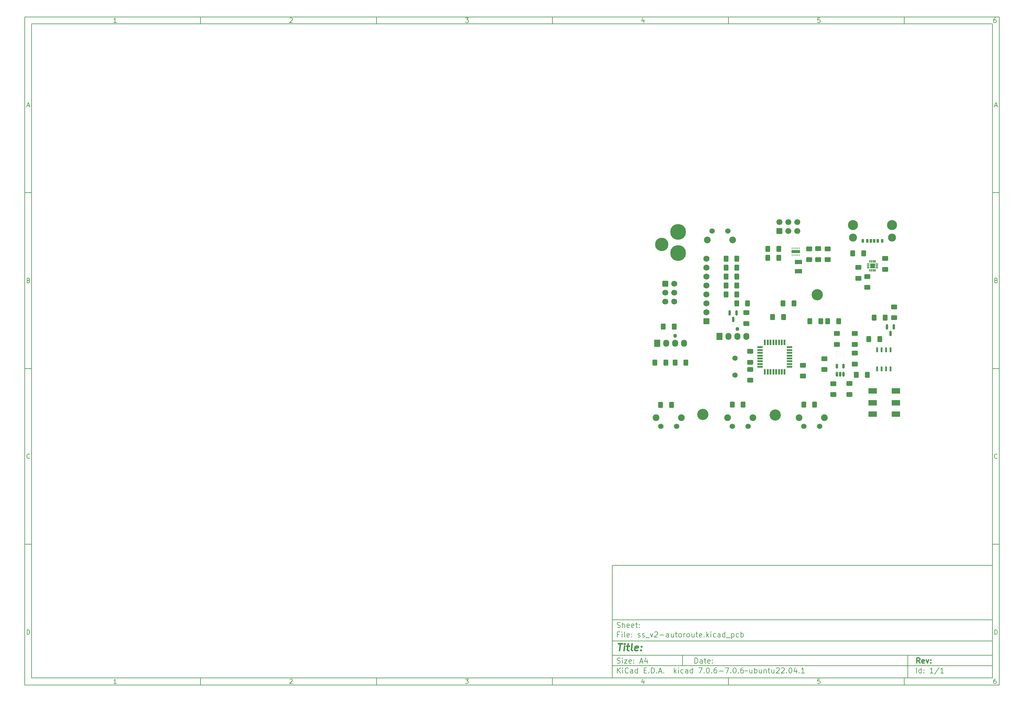
<source format=gbr>
%TF.GenerationSoftware,KiCad,Pcbnew,7.0.6-7.0.6~ubuntu22.04.1*%
%TF.CreationDate,2023-08-01T15:27:09+02:00*%
%TF.ProjectId,ss_v2-autoroute,73735f76-322d-4617-9574-6f726f757465,rev?*%
%TF.SameCoordinates,Original*%
%TF.FileFunction,Soldermask,Top*%
%TF.FilePolarity,Negative*%
%FSLAX46Y46*%
G04 Gerber Fmt 4.6, Leading zero omitted, Abs format (unit mm)*
G04 Created by KiCad (PCBNEW 7.0.6-7.0.6~ubuntu22.04.1) date 2023-08-01 15:27:09*
%MOMM*%
%LPD*%
G01*
G04 APERTURE LIST*
G04 Aperture macros list*
%AMRoundRect*
0 Rectangle with rounded corners*
0 $1 Rounding radius*
0 $2 $3 $4 $5 $6 $7 $8 $9 X,Y pos of 4 corners*
0 Add a 4 corners polygon primitive as box body*
4,1,4,$2,$3,$4,$5,$6,$7,$8,$9,$2,$3,0*
0 Add four circle primitives for the rounded corners*
1,1,$1+$1,$2,$3*
1,1,$1+$1,$4,$5*
1,1,$1+$1,$6,$7*
1,1,$1+$1,$8,$9*
0 Add four rect primitives between the rounded corners*
20,1,$1+$1,$2,$3,$4,$5,0*
20,1,$1+$1,$4,$5,$6,$7,0*
20,1,$1+$1,$6,$7,$8,$9,0*
20,1,$1+$1,$8,$9,$2,$3,0*%
G04 Aperture macros list end*
%ADD10C,0.100000*%
%ADD11C,0.150000*%
%ADD12C,0.300000*%
%ADD13C,0.400000*%
%ADD14C,1.100000*%
%ADD15R,1.730000X2.030000*%
%ADD16O,1.730000X2.030000*%
%ADD17R,0.558800X1.460500*%
%ADD18RoundRect,0.250000X-0.400000X-0.625000X0.400000X-0.625000X0.400000X0.625000X-0.400000X0.625000X0*%
%ADD19RoundRect,0.250000X-0.625000X0.400000X-0.625000X-0.400000X0.625000X-0.400000X0.625000X0.400000X0*%
%ADD20RoundRect,0.250000X0.625000X-0.400000X0.625000X0.400000X-0.625000X0.400000X-0.625000X-0.400000X0*%
%ADD21RoundRect,0.250000X0.400000X0.625000X-0.400000X0.625000X-0.400000X-0.625000X0.400000X-0.625000X0*%
%ADD22RoundRect,0.250000X-0.600000X-0.600000X0.600000X-0.600000X0.600000X0.600000X-0.600000X0.600000X0*%
%ADD23C,1.700000*%
%ADD24RoundRect,0.150000X0.150000X-0.512500X0.150000X0.512500X-0.150000X0.512500X-0.150000X-0.512500X0*%
%ADD25RoundRect,0.007800X-0.332200X-0.122200X0.332200X-0.122200X0.332200X0.122200X-0.332200X0.122200X0*%
%ADD26RoundRect,0.007800X0.122200X-0.332200X0.122200X0.332200X-0.122200X0.332200X-0.122200X-0.332200X0*%
%ADD27R,1.380000X1.380000*%
%ADD28C,1.500000*%
%ADD29R,2.387600X1.498600*%
%ADD30C,1.524000*%
%ADD31C,1.905000*%
%ADD32C,4.500000*%
%ADD33C,3.800000*%
%ADD34RoundRect,0.250000X0.600000X-0.600000X0.600000X0.600000X-0.600000X0.600000X-0.600000X-0.600000X0*%
%ADD35C,3.200000*%
%ADD36RoundRect,0.150000X-0.150000X0.587500X-0.150000X-0.587500X0.150000X-0.587500X0.150000X0.587500X0*%
%ADD37R,1.500000X0.550000*%
%ADD38R,0.550000X1.500000*%
%ADD39R,2.006600X1.193800*%
%ADD40RoundRect,0.250000X0.620000X-0.620000X0.620000X0.620000X-0.620000X0.620000X-0.620000X-0.620000X0*%
%ADD41C,1.740000*%
%ADD42R,0.700000X1.100000*%
%ADD43R,0.760000X1.100000*%
%ADD44R,0.800000X1.100000*%
%ADD45C,2.280000*%
%ADD46C,2.850000*%
%ADD47R,0.249999X0.499999*%
%ADD48R,2.400000X0.840001*%
%ADD49C,0.499999*%
G04 APERTURE END LIST*
D10*
D11*
X177002200Y-166007200D02*
X285002200Y-166007200D01*
X285002200Y-198007200D01*
X177002200Y-198007200D01*
X177002200Y-166007200D01*
D10*
D11*
X10000000Y-10000000D02*
X287002200Y-10000000D01*
X287002200Y-200007200D01*
X10000000Y-200007200D01*
X10000000Y-10000000D01*
D10*
D11*
X12000000Y-12000000D02*
X285002200Y-12000000D01*
X285002200Y-198007200D01*
X12000000Y-198007200D01*
X12000000Y-12000000D01*
D10*
D11*
X60000000Y-12000000D02*
X60000000Y-10000000D01*
D10*
D11*
X110000000Y-12000000D02*
X110000000Y-10000000D01*
D10*
D11*
X160000000Y-12000000D02*
X160000000Y-10000000D01*
D10*
D11*
X210000000Y-12000000D02*
X210000000Y-10000000D01*
D10*
D11*
X260000000Y-12000000D02*
X260000000Y-10000000D01*
D10*
D11*
X36089160Y-11593604D02*
X35346303Y-11593604D01*
X35717731Y-11593604D02*
X35717731Y-10293604D01*
X35717731Y-10293604D02*
X35593922Y-10479319D01*
X35593922Y-10479319D02*
X35470112Y-10603128D01*
X35470112Y-10603128D02*
X35346303Y-10665033D01*
D10*
D11*
X85346303Y-10417414D02*
X85408207Y-10355509D01*
X85408207Y-10355509D02*
X85532017Y-10293604D01*
X85532017Y-10293604D02*
X85841541Y-10293604D01*
X85841541Y-10293604D02*
X85965350Y-10355509D01*
X85965350Y-10355509D02*
X86027255Y-10417414D01*
X86027255Y-10417414D02*
X86089160Y-10541223D01*
X86089160Y-10541223D02*
X86089160Y-10665033D01*
X86089160Y-10665033D02*
X86027255Y-10850747D01*
X86027255Y-10850747D02*
X85284398Y-11593604D01*
X85284398Y-11593604D02*
X86089160Y-11593604D01*
D10*
D11*
X135284398Y-10293604D02*
X136089160Y-10293604D01*
X136089160Y-10293604D02*
X135655826Y-10788842D01*
X135655826Y-10788842D02*
X135841541Y-10788842D01*
X135841541Y-10788842D02*
X135965350Y-10850747D01*
X135965350Y-10850747D02*
X136027255Y-10912652D01*
X136027255Y-10912652D02*
X136089160Y-11036461D01*
X136089160Y-11036461D02*
X136089160Y-11345985D01*
X136089160Y-11345985D02*
X136027255Y-11469795D01*
X136027255Y-11469795D02*
X135965350Y-11531700D01*
X135965350Y-11531700D02*
X135841541Y-11593604D01*
X135841541Y-11593604D02*
X135470112Y-11593604D01*
X135470112Y-11593604D02*
X135346303Y-11531700D01*
X135346303Y-11531700D02*
X135284398Y-11469795D01*
D10*
D11*
X185965350Y-10726938D02*
X185965350Y-11593604D01*
X185655826Y-10231700D02*
X185346303Y-11160271D01*
X185346303Y-11160271D02*
X186151064Y-11160271D01*
D10*
D11*
X236027255Y-10293604D02*
X235408207Y-10293604D01*
X235408207Y-10293604D02*
X235346303Y-10912652D01*
X235346303Y-10912652D02*
X235408207Y-10850747D01*
X235408207Y-10850747D02*
X235532017Y-10788842D01*
X235532017Y-10788842D02*
X235841541Y-10788842D01*
X235841541Y-10788842D02*
X235965350Y-10850747D01*
X235965350Y-10850747D02*
X236027255Y-10912652D01*
X236027255Y-10912652D02*
X236089160Y-11036461D01*
X236089160Y-11036461D02*
X236089160Y-11345985D01*
X236089160Y-11345985D02*
X236027255Y-11469795D01*
X236027255Y-11469795D02*
X235965350Y-11531700D01*
X235965350Y-11531700D02*
X235841541Y-11593604D01*
X235841541Y-11593604D02*
X235532017Y-11593604D01*
X235532017Y-11593604D02*
X235408207Y-11531700D01*
X235408207Y-11531700D02*
X235346303Y-11469795D01*
D10*
D11*
X285965350Y-10293604D02*
X285717731Y-10293604D01*
X285717731Y-10293604D02*
X285593922Y-10355509D01*
X285593922Y-10355509D02*
X285532017Y-10417414D01*
X285532017Y-10417414D02*
X285408207Y-10603128D01*
X285408207Y-10603128D02*
X285346303Y-10850747D01*
X285346303Y-10850747D02*
X285346303Y-11345985D01*
X285346303Y-11345985D02*
X285408207Y-11469795D01*
X285408207Y-11469795D02*
X285470112Y-11531700D01*
X285470112Y-11531700D02*
X285593922Y-11593604D01*
X285593922Y-11593604D02*
X285841541Y-11593604D01*
X285841541Y-11593604D02*
X285965350Y-11531700D01*
X285965350Y-11531700D02*
X286027255Y-11469795D01*
X286027255Y-11469795D02*
X286089160Y-11345985D01*
X286089160Y-11345985D02*
X286089160Y-11036461D01*
X286089160Y-11036461D02*
X286027255Y-10912652D01*
X286027255Y-10912652D02*
X285965350Y-10850747D01*
X285965350Y-10850747D02*
X285841541Y-10788842D01*
X285841541Y-10788842D02*
X285593922Y-10788842D01*
X285593922Y-10788842D02*
X285470112Y-10850747D01*
X285470112Y-10850747D02*
X285408207Y-10912652D01*
X285408207Y-10912652D02*
X285346303Y-11036461D01*
D10*
D11*
X60000000Y-198007200D02*
X60000000Y-200007200D01*
D10*
D11*
X110000000Y-198007200D02*
X110000000Y-200007200D01*
D10*
D11*
X160000000Y-198007200D02*
X160000000Y-200007200D01*
D10*
D11*
X210000000Y-198007200D02*
X210000000Y-200007200D01*
D10*
D11*
X260000000Y-198007200D02*
X260000000Y-200007200D01*
D10*
D11*
X36089160Y-199600804D02*
X35346303Y-199600804D01*
X35717731Y-199600804D02*
X35717731Y-198300804D01*
X35717731Y-198300804D02*
X35593922Y-198486519D01*
X35593922Y-198486519D02*
X35470112Y-198610328D01*
X35470112Y-198610328D02*
X35346303Y-198672233D01*
D10*
D11*
X85346303Y-198424614D02*
X85408207Y-198362709D01*
X85408207Y-198362709D02*
X85532017Y-198300804D01*
X85532017Y-198300804D02*
X85841541Y-198300804D01*
X85841541Y-198300804D02*
X85965350Y-198362709D01*
X85965350Y-198362709D02*
X86027255Y-198424614D01*
X86027255Y-198424614D02*
X86089160Y-198548423D01*
X86089160Y-198548423D02*
X86089160Y-198672233D01*
X86089160Y-198672233D02*
X86027255Y-198857947D01*
X86027255Y-198857947D02*
X85284398Y-199600804D01*
X85284398Y-199600804D02*
X86089160Y-199600804D01*
D10*
D11*
X135284398Y-198300804D02*
X136089160Y-198300804D01*
X136089160Y-198300804D02*
X135655826Y-198796042D01*
X135655826Y-198796042D02*
X135841541Y-198796042D01*
X135841541Y-198796042D02*
X135965350Y-198857947D01*
X135965350Y-198857947D02*
X136027255Y-198919852D01*
X136027255Y-198919852D02*
X136089160Y-199043661D01*
X136089160Y-199043661D02*
X136089160Y-199353185D01*
X136089160Y-199353185D02*
X136027255Y-199476995D01*
X136027255Y-199476995D02*
X135965350Y-199538900D01*
X135965350Y-199538900D02*
X135841541Y-199600804D01*
X135841541Y-199600804D02*
X135470112Y-199600804D01*
X135470112Y-199600804D02*
X135346303Y-199538900D01*
X135346303Y-199538900D02*
X135284398Y-199476995D01*
D10*
D11*
X185965350Y-198734138D02*
X185965350Y-199600804D01*
X185655826Y-198238900D02*
X185346303Y-199167471D01*
X185346303Y-199167471D02*
X186151064Y-199167471D01*
D10*
D11*
X236027255Y-198300804D02*
X235408207Y-198300804D01*
X235408207Y-198300804D02*
X235346303Y-198919852D01*
X235346303Y-198919852D02*
X235408207Y-198857947D01*
X235408207Y-198857947D02*
X235532017Y-198796042D01*
X235532017Y-198796042D02*
X235841541Y-198796042D01*
X235841541Y-198796042D02*
X235965350Y-198857947D01*
X235965350Y-198857947D02*
X236027255Y-198919852D01*
X236027255Y-198919852D02*
X236089160Y-199043661D01*
X236089160Y-199043661D02*
X236089160Y-199353185D01*
X236089160Y-199353185D02*
X236027255Y-199476995D01*
X236027255Y-199476995D02*
X235965350Y-199538900D01*
X235965350Y-199538900D02*
X235841541Y-199600804D01*
X235841541Y-199600804D02*
X235532017Y-199600804D01*
X235532017Y-199600804D02*
X235408207Y-199538900D01*
X235408207Y-199538900D02*
X235346303Y-199476995D01*
D10*
D11*
X285965350Y-198300804D02*
X285717731Y-198300804D01*
X285717731Y-198300804D02*
X285593922Y-198362709D01*
X285593922Y-198362709D02*
X285532017Y-198424614D01*
X285532017Y-198424614D02*
X285408207Y-198610328D01*
X285408207Y-198610328D02*
X285346303Y-198857947D01*
X285346303Y-198857947D02*
X285346303Y-199353185D01*
X285346303Y-199353185D02*
X285408207Y-199476995D01*
X285408207Y-199476995D02*
X285470112Y-199538900D01*
X285470112Y-199538900D02*
X285593922Y-199600804D01*
X285593922Y-199600804D02*
X285841541Y-199600804D01*
X285841541Y-199600804D02*
X285965350Y-199538900D01*
X285965350Y-199538900D02*
X286027255Y-199476995D01*
X286027255Y-199476995D02*
X286089160Y-199353185D01*
X286089160Y-199353185D02*
X286089160Y-199043661D01*
X286089160Y-199043661D02*
X286027255Y-198919852D01*
X286027255Y-198919852D02*
X285965350Y-198857947D01*
X285965350Y-198857947D02*
X285841541Y-198796042D01*
X285841541Y-198796042D02*
X285593922Y-198796042D01*
X285593922Y-198796042D02*
X285470112Y-198857947D01*
X285470112Y-198857947D02*
X285408207Y-198919852D01*
X285408207Y-198919852D02*
X285346303Y-199043661D01*
D10*
D11*
X10000000Y-60000000D02*
X12000000Y-60000000D01*
D10*
D11*
X10000000Y-110000000D02*
X12000000Y-110000000D01*
D10*
D11*
X10000000Y-160000000D02*
X12000000Y-160000000D01*
D10*
D11*
X10690476Y-35222176D02*
X11309523Y-35222176D01*
X10566666Y-35593604D02*
X10999999Y-34293604D01*
X10999999Y-34293604D02*
X11433333Y-35593604D01*
D10*
D11*
X11092857Y-84912652D02*
X11278571Y-84974557D01*
X11278571Y-84974557D02*
X11340476Y-85036461D01*
X11340476Y-85036461D02*
X11402380Y-85160271D01*
X11402380Y-85160271D02*
X11402380Y-85345985D01*
X11402380Y-85345985D02*
X11340476Y-85469795D01*
X11340476Y-85469795D02*
X11278571Y-85531700D01*
X11278571Y-85531700D02*
X11154761Y-85593604D01*
X11154761Y-85593604D02*
X10659523Y-85593604D01*
X10659523Y-85593604D02*
X10659523Y-84293604D01*
X10659523Y-84293604D02*
X11092857Y-84293604D01*
X11092857Y-84293604D02*
X11216666Y-84355509D01*
X11216666Y-84355509D02*
X11278571Y-84417414D01*
X11278571Y-84417414D02*
X11340476Y-84541223D01*
X11340476Y-84541223D02*
X11340476Y-84665033D01*
X11340476Y-84665033D02*
X11278571Y-84788842D01*
X11278571Y-84788842D02*
X11216666Y-84850747D01*
X11216666Y-84850747D02*
X11092857Y-84912652D01*
X11092857Y-84912652D02*
X10659523Y-84912652D01*
D10*
D11*
X11402380Y-135469795D02*
X11340476Y-135531700D01*
X11340476Y-135531700D02*
X11154761Y-135593604D01*
X11154761Y-135593604D02*
X11030952Y-135593604D01*
X11030952Y-135593604D02*
X10845238Y-135531700D01*
X10845238Y-135531700D02*
X10721428Y-135407890D01*
X10721428Y-135407890D02*
X10659523Y-135284080D01*
X10659523Y-135284080D02*
X10597619Y-135036461D01*
X10597619Y-135036461D02*
X10597619Y-134850747D01*
X10597619Y-134850747D02*
X10659523Y-134603128D01*
X10659523Y-134603128D02*
X10721428Y-134479319D01*
X10721428Y-134479319D02*
X10845238Y-134355509D01*
X10845238Y-134355509D02*
X11030952Y-134293604D01*
X11030952Y-134293604D02*
X11154761Y-134293604D01*
X11154761Y-134293604D02*
X11340476Y-134355509D01*
X11340476Y-134355509D02*
X11402380Y-134417414D01*
D10*
D11*
X10659523Y-185593604D02*
X10659523Y-184293604D01*
X10659523Y-184293604D02*
X10969047Y-184293604D01*
X10969047Y-184293604D02*
X11154761Y-184355509D01*
X11154761Y-184355509D02*
X11278571Y-184479319D01*
X11278571Y-184479319D02*
X11340476Y-184603128D01*
X11340476Y-184603128D02*
X11402380Y-184850747D01*
X11402380Y-184850747D02*
X11402380Y-185036461D01*
X11402380Y-185036461D02*
X11340476Y-185284080D01*
X11340476Y-185284080D02*
X11278571Y-185407890D01*
X11278571Y-185407890D02*
X11154761Y-185531700D01*
X11154761Y-185531700D02*
X10969047Y-185593604D01*
X10969047Y-185593604D02*
X10659523Y-185593604D01*
D10*
D11*
X287002200Y-60000000D02*
X285002200Y-60000000D01*
D10*
D11*
X287002200Y-110000000D02*
X285002200Y-110000000D01*
D10*
D11*
X287002200Y-160000000D02*
X285002200Y-160000000D01*
D10*
D11*
X285692676Y-35222176D02*
X286311723Y-35222176D01*
X285568866Y-35593604D02*
X286002199Y-34293604D01*
X286002199Y-34293604D02*
X286435533Y-35593604D01*
D10*
D11*
X286095057Y-84912652D02*
X286280771Y-84974557D01*
X286280771Y-84974557D02*
X286342676Y-85036461D01*
X286342676Y-85036461D02*
X286404580Y-85160271D01*
X286404580Y-85160271D02*
X286404580Y-85345985D01*
X286404580Y-85345985D02*
X286342676Y-85469795D01*
X286342676Y-85469795D02*
X286280771Y-85531700D01*
X286280771Y-85531700D02*
X286156961Y-85593604D01*
X286156961Y-85593604D02*
X285661723Y-85593604D01*
X285661723Y-85593604D02*
X285661723Y-84293604D01*
X285661723Y-84293604D02*
X286095057Y-84293604D01*
X286095057Y-84293604D02*
X286218866Y-84355509D01*
X286218866Y-84355509D02*
X286280771Y-84417414D01*
X286280771Y-84417414D02*
X286342676Y-84541223D01*
X286342676Y-84541223D02*
X286342676Y-84665033D01*
X286342676Y-84665033D02*
X286280771Y-84788842D01*
X286280771Y-84788842D02*
X286218866Y-84850747D01*
X286218866Y-84850747D02*
X286095057Y-84912652D01*
X286095057Y-84912652D02*
X285661723Y-84912652D01*
D10*
D11*
X286404580Y-135469795D02*
X286342676Y-135531700D01*
X286342676Y-135531700D02*
X286156961Y-135593604D01*
X286156961Y-135593604D02*
X286033152Y-135593604D01*
X286033152Y-135593604D02*
X285847438Y-135531700D01*
X285847438Y-135531700D02*
X285723628Y-135407890D01*
X285723628Y-135407890D02*
X285661723Y-135284080D01*
X285661723Y-135284080D02*
X285599819Y-135036461D01*
X285599819Y-135036461D02*
X285599819Y-134850747D01*
X285599819Y-134850747D02*
X285661723Y-134603128D01*
X285661723Y-134603128D02*
X285723628Y-134479319D01*
X285723628Y-134479319D02*
X285847438Y-134355509D01*
X285847438Y-134355509D02*
X286033152Y-134293604D01*
X286033152Y-134293604D02*
X286156961Y-134293604D01*
X286156961Y-134293604D02*
X286342676Y-134355509D01*
X286342676Y-134355509D02*
X286404580Y-134417414D01*
D10*
D11*
X285661723Y-185593604D02*
X285661723Y-184293604D01*
X285661723Y-184293604D02*
X285971247Y-184293604D01*
X285971247Y-184293604D02*
X286156961Y-184355509D01*
X286156961Y-184355509D02*
X286280771Y-184479319D01*
X286280771Y-184479319D02*
X286342676Y-184603128D01*
X286342676Y-184603128D02*
X286404580Y-184850747D01*
X286404580Y-184850747D02*
X286404580Y-185036461D01*
X286404580Y-185036461D02*
X286342676Y-185284080D01*
X286342676Y-185284080D02*
X286280771Y-185407890D01*
X286280771Y-185407890D02*
X286156961Y-185531700D01*
X286156961Y-185531700D02*
X285971247Y-185593604D01*
X285971247Y-185593604D02*
X285661723Y-185593604D01*
D10*
D11*
X200458026Y-193793328D02*
X200458026Y-192293328D01*
X200458026Y-192293328D02*
X200815169Y-192293328D01*
X200815169Y-192293328D02*
X201029455Y-192364757D01*
X201029455Y-192364757D02*
X201172312Y-192507614D01*
X201172312Y-192507614D02*
X201243741Y-192650471D01*
X201243741Y-192650471D02*
X201315169Y-192936185D01*
X201315169Y-192936185D02*
X201315169Y-193150471D01*
X201315169Y-193150471D02*
X201243741Y-193436185D01*
X201243741Y-193436185D02*
X201172312Y-193579042D01*
X201172312Y-193579042D02*
X201029455Y-193721900D01*
X201029455Y-193721900D02*
X200815169Y-193793328D01*
X200815169Y-193793328D02*
X200458026Y-193793328D01*
X202600884Y-193793328D02*
X202600884Y-193007614D01*
X202600884Y-193007614D02*
X202529455Y-192864757D01*
X202529455Y-192864757D02*
X202386598Y-192793328D01*
X202386598Y-192793328D02*
X202100884Y-192793328D01*
X202100884Y-192793328D02*
X201958026Y-192864757D01*
X202600884Y-193721900D02*
X202458026Y-193793328D01*
X202458026Y-193793328D02*
X202100884Y-193793328D01*
X202100884Y-193793328D02*
X201958026Y-193721900D01*
X201958026Y-193721900D02*
X201886598Y-193579042D01*
X201886598Y-193579042D02*
X201886598Y-193436185D01*
X201886598Y-193436185D02*
X201958026Y-193293328D01*
X201958026Y-193293328D02*
X202100884Y-193221900D01*
X202100884Y-193221900D02*
X202458026Y-193221900D01*
X202458026Y-193221900D02*
X202600884Y-193150471D01*
X203100884Y-192793328D02*
X203672312Y-192793328D01*
X203315169Y-192293328D02*
X203315169Y-193579042D01*
X203315169Y-193579042D02*
X203386598Y-193721900D01*
X203386598Y-193721900D02*
X203529455Y-193793328D01*
X203529455Y-193793328D02*
X203672312Y-193793328D01*
X204743741Y-193721900D02*
X204600884Y-193793328D01*
X204600884Y-193793328D02*
X204315170Y-193793328D01*
X204315170Y-193793328D02*
X204172312Y-193721900D01*
X204172312Y-193721900D02*
X204100884Y-193579042D01*
X204100884Y-193579042D02*
X204100884Y-193007614D01*
X204100884Y-193007614D02*
X204172312Y-192864757D01*
X204172312Y-192864757D02*
X204315170Y-192793328D01*
X204315170Y-192793328D02*
X204600884Y-192793328D01*
X204600884Y-192793328D02*
X204743741Y-192864757D01*
X204743741Y-192864757D02*
X204815170Y-193007614D01*
X204815170Y-193007614D02*
X204815170Y-193150471D01*
X204815170Y-193150471D02*
X204100884Y-193293328D01*
X205458026Y-193650471D02*
X205529455Y-193721900D01*
X205529455Y-193721900D02*
X205458026Y-193793328D01*
X205458026Y-193793328D02*
X205386598Y-193721900D01*
X205386598Y-193721900D02*
X205458026Y-193650471D01*
X205458026Y-193650471D02*
X205458026Y-193793328D01*
X205458026Y-192864757D02*
X205529455Y-192936185D01*
X205529455Y-192936185D02*
X205458026Y-193007614D01*
X205458026Y-193007614D02*
X205386598Y-192936185D01*
X205386598Y-192936185D02*
X205458026Y-192864757D01*
X205458026Y-192864757D02*
X205458026Y-193007614D01*
D10*
D11*
X177002200Y-194507200D02*
X285002200Y-194507200D01*
D10*
D11*
X178458026Y-196593328D02*
X178458026Y-195093328D01*
X179315169Y-196593328D02*
X178672312Y-195736185D01*
X179315169Y-195093328D02*
X178458026Y-195950471D01*
X179958026Y-196593328D02*
X179958026Y-195593328D01*
X179958026Y-195093328D02*
X179886598Y-195164757D01*
X179886598Y-195164757D02*
X179958026Y-195236185D01*
X179958026Y-195236185D02*
X180029455Y-195164757D01*
X180029455Y-195164757D02*
X179958026Y-195093328D01*
X179958026Y-195093328D02*
X179958026Y-195236185D01*
X181529455Y-196450471D02*
X181458027Y-196521900D01*
X181458027Y-196521900D02*
X181243741Y-196593328D01*
X181243741Y-196593328D02*
X181100884Y-196593328D01*
X181100884Y-196593328D02*
X180886598Y-196521900D01*
X180886598Y-196521900D02*
X180743741Y-196379042D01*
X180743741Y-196379042D02*
X180672312Y-196236185D01*
X180672312Y-196236185D02*
X180600884Y-195950471D01*
X180600884Y-195950471D02*
X180600884Y-195736185D01*
X180600884Y-195736185D02*
X180672312Y-195450471D01*
X180672312Y-195450471D02*
X180743741Y-195307614D01*
X180743741Y-195307614D02*
X180886598Y-195164757D01*
X180886598Y-195164757D02*
X181100884Y-195093328D01*
X181100884Y-195093328D02*
X181243741Y-195093328D01*
X181243741Y-195093328D02*
X181458027Y-195164757D01*
X181458027Y-195164757D02*
X181529455Y-195236185D01*
X182815170Y-196593328D02*
X182815170Y-195807614D01*
X182815170Y-195807614D02*
X182743741Y-195664757D01*
X182743741Y-195664757D02*
X182600884Y-195593328D01*
X182600884Y-195593328D02*
X182315170Y-195593328D01*
X182315170Y-195593328D02*
X182172312Y-195664757D01*
X182815170Y-196521900D02*
X182672312Y-196593328D01*
X182672312Y-196593328D02*
X182315170Y-196593328D01*
X182315170Y-196593328D02*
X182172312Y-196521900D01*
X182172312Y-196521900D02*
X182100884Y-196379042D01*
X182100884Y-196379042D02*
X182100884Y-196236185D01*
X182100884Y-196236185D02*
X182172312Y-196093328D01*
X182172312Y-196093328D02*
X182315170Y-196021900D01*
X182315170Y-196021900D02*
X182672312Y-196021900D01*
X182672312Y-196021900D02*
X182815170Y-195950471D01*
X184172313Y-196593328D02*
X184172313Y-195093328D01*
X184172313Y-196521900D02*
X184029455Y-196593328D01*
X184029455Y-196593328D02*
X183743741Y-196593328D01*
X183743741Y-196593328D02*
X183600884Y-196521900D01*
X183600884Y-196521900D02*
X183529455Y-196450471D01*
X183529455Y-196450471D02*
X183458027Y-196307614D01*
X183458027Y-196307614D02*
X183458027Y-195879042D01*
X183458027Y-195879042D02*
X183529455Y-195736185D01*
X183529455Y-195736185D02*
X183600884Y-195664757D01*
X183600884Y-195664757D02*
X183743741Y-195593328D01*
X183743741Y-195593328D02*
X184029455Y-195593328D01*
X184029455Y-195593328D02*
X184172313Y-195664757D01*
X186029455Y-195807614D02*
X186529455Y-195807614D01*
X186743741Y-196593328D02*
X186029455Y-196593328D01*
X186029455Y-196593328D02*
X186029455Y-195093328D01*
X186029455Y-195093328D02*
X186743741Y-195093328D01*
X187386598Y-196450471D02*
X187458027Y-196521900D01*
X187458027Y-196521900D02*
X187386598Y-196593328D01*
X187386598Y-196593328D02*
X187315170Y-196521900D01*
X187315170Y-196521900D02*
X187386598Y-196450471D01*
X187386598Y-196450471D02*
X187386598Y-196593328D01*
X188100884Y-196593328D02*
X188100884Y-195093328D01*
X188100884Y-195093328D02*
X188458027Y-195093328D01*
X188458027Y-195093328D02*
X188672313Y-195164757D01*
X188672313Y-195164757D02*
X188815170Y-195307614D01*
X188815170Y-195307614D02*
X188886599Y-195450471D01*
X188886599Y-195450471D02*
X188958027Y-195736185D01*
X188958027Y-195736185D02*
X188958027Y-195950471D01*
X188958027Y-195950471D02*
X188886599Y-196236185D01*
X188886599Y-196236185D02*
X188815170Y-196379042D01*
X188815170Y-196379042D02*
X188672313Y-196521900D01*
X188672313Y-196521900D02*
X188458027Y-196593328D01*
X188458027Y-196593328D02*
X188100884Y-196593328D01*
X189600884Y-196450471D02*
X189672313Y-196521900D01*
X189672313Y-196521900D02*
X189600884Y-196593328D01*
X189600884Y-196593328D02*
X189529456Y-196521900D01*
X189529456Y-196521900D02*
X189600884Y-196450471D01*
X189600884Y-196450471D02*
X189600884Y-196593328D01*
X190243742Y-196164757D02*
X190958028Y-196164757D01*
X190100885Y-196593328D02*
X190600885Y-195093328D01*
X190600885Y-195093328D02*
X191100885Y-196593328D01*
X191600884Y-196450471D02*
X191672313Y-196521900D01*
X191672313Y-196521900D02*
X191600884Y-196593328D01*
X191600884Y-196593328D02*
X191529456Y-196521900D01*
X191529456Y-196521900D02*
X191600884Y-196450471D01*
X191600884Y-196450471D02*
X191600884Y-196593328D01*
X194600884Y-196593328D02*
X194600884Y-195093328D01*
X194743742Y-196021900D02*
X195172313Y-196593328D01*
X195172313Y-195593328D02*
X194600884Y-196164757D01*
X195815170Y-196593328D02*
X195815170Y-195593328D01*
X195815170Y-195093328D02*
X195743742Y-195164757D01*
X195743742Y-195164757D02*
X195815170Y-195236185D01*
X195815170Y-195236185D02*
X195886599Y-195164757D01*
X195886599Y-195164757D02*
X195815170Y-195093328D01*
X195815170Y-195093328D02*
X195815170Y-195236185D01*
X197172314Y-196521900D02*
X197029456Y-196593328D01*
X197029456Y-196593328D02*
X196743742Y-196593328D01*
X196743742Y-196593328D02*
X196600885Y-196521900D01*
X196600885Y-196521900D02*
X196529456Y-196450471D01*
X196529456Y-196450471D02*
X196458028Y-196307614D01*
X196458028Y-196307614D02*
X196458028Y-195879042D01*
X196458028Y-195879042D02*
X196529456Y-195736185D01*
X196529456Y-195736185D02*
X196600885Y-195664757D01*
X196600885Y-195664757D02*
X196743742Y-195593328D01*
X196743742Y-195593328D02*
X197029456Y-195593328D01*
X197029456Y-195593328D02*
X197172314Y-195664757D01*
X198458028Y-196593328D02*
X198458028Y-195807614D01*
X198458028Y-195807614D02*
X198386599Y-195664757D01*
X198386599Y-195664757D02*
X198243742Y-195593328D01*
X198243742Y-195593328D02*
X197958028Y-195593328D01*
X197958028Y-195593328D02*
X197815170Y-195664757D01*
X198458028Y-196521900D02*
X198315170Y-196593328D01*
X198315170Y-196593328D02*
X197958028Y-196593328D01*
X197958028Y-196593328D02*
X197815170Y-196521900D01*
X197815170Y-196521900D02*
X197743742Y-196379042D01*
X197743742Y-196379042D02*
X197743742Y-196236185D01*
X197743742Y-196236185D02*
X197815170Y-196093328D01*
X197815170Y-196093328D02*
X197958028Y-196021900D01*
X197958028Y-196021900D02*
X198315170Y-196021900D01*
X198315170Y-196021900D02*
X198458028Y-195950471D01*
X199815171Y-196593328D02*
X199815171Y-195093328D01*
X199815171Y-196521900D02*
X199672313Y-196593328D01*
X199672313Y-196593328D02*
X199386599Y-196593328D01*
X199386599Y-196593328D02*
X199243742Y-196521900D01*
X199243742Y-196521900D02*
X199172313Y-196450471D01*
X199172313Y-196450471D02*
X199100885Y-196307614D01*
X199100885Y-196307614D02*
X199100885Y-195879042D01*
X199100885Y-195879042D02*
X199172313Y-195736185D01*
X199172313Y-195736185D02*
X199243742Y-195664757D01*
X199243742Y-195664757D02*
X199386599Y-195593328D01*
X199386599Y-195593328D02*
X199672313Y-195593328D01*
X199672313Y-195593328D02*
X199815171Y-195664757D01*
X201529456Y-195093328D02*
X202529456Y-195093328D01*
X202529456Y-195093328D02*
X201886599Y-196593328D01*
X203100884Y-196450471D02*
X203172313Y-196521900D01*
X203172313Y-196521900D02*
X203100884Y-196593328D01*
X203100884Y-196593328D02*
X203029456Y-196521900D01*
X203029456Y-196521900D02*
X203100884Y-196450471D01*
X203100884Y-196450471D02*
X203100884Y-196593328D01*
X204100885Y-195093328D02*
X204243742Y-195093328D01*
X204243742Y-195093328D02*
X204386599Y-195164757D01*
X204386599Y-195164757D02*
X204458028Y-195236185D01*
X204458028Y-195236185D02*
X204529456Y-195379042D01*
X204529456Y-195379042D02*
X204600885Y-195664757D01*
X204600885Y-195664757D02*
X204600885Y-196021900D01*
X204600885Y-196021900D02*
X204529456Y-196307614D01*
X204529456Y-196307614D02*
X204458028Y-196450471D01*
X204458028Y-196450471D02*
X204386599Y-196521900D01*
X204386599Y-196521900D02*
X204243742Y-196593328D01*
X204243742Y-196593328D02*
X204100885Y-196593328D01*
X204100885Y-196593328D02*
X203958028Y-196521900D01*
X203958028Y-196521900D02*
X203886599Y-196450471D01*
X203886599Y-196450471D02*
X203815170Y-196307614D01*
X203815170Y-196307614D02*
X203743742Y-196021900D01*
X203743742Y-196021900D02*
X203743742Y-195664757D01*
X203743742Y-195664757D02*
X203815170Y-195379042D01*
X203815170Y-195379042D02*
X203886599Y-195236185D01*
X203886599Y-195236185D02*
X203958028Y-195164757D01*
X203958028Y-195164757D02*
X204100885Y-195093328D01*
X205243741Y-196450471D02*
X205315170Y-196521900D01*
X205315170Y-196521900D02*
X205243741Y-196593328D01*
X205243741Y-196593328D02*
X205172313Y-196521900D01*
X205172313Y-196521900D02*
X205243741Y-196450471D01*
X205243741Y-196450471D02*
X205243741Y-196593328D01*
X206600885Y-195093328D02*
X206315170Y-195093328D01*
X206315170Y-195093328D02*
X206172313Y-195164757D01*
X206172313Y-195164757D02*
X206100885Y-195236185D01*
X206100885Y-195236185D02*
X205958027Y-195450471D01*
X205958027Y-195450471D02*
X205886599Y-195736185D01*
X205886599Y-195736185D02*
X205886599Y-196307614D01*
X205886599Y-196307614D02*
X205958027Y-196450471D01*
X205958027Y-196450471D02*
X206029456Y-196521900D01*
X206029456Y-196521900D02*
X206172313Y-196593328D01*
X206172313Y-196593328D02*
X206458027Y-196593328D01*
X206458027Y-196593328D02*
X206600885Y-196521900D01*
X206600885Y-196521900D02*
X206672313Y-196450471D01*
X206672313Y-196450471D02*
X206743742Y-196307614D01*
X206743742Y-196307614D02*
X206743742Y-195950471D01*
X206743742Y-195950471D02*
X206672313Y-195807614D01*
X206672313Y-195807614D02*
X206600885Y-195736185D01*
X206600885Y-195736185D02*
X206458027Y-195664757D01*
X206458027Y-195664757D02*
X206172313Y-195664757D01*
X206172313Y-195664757D02*
X206029456Y-195736185D01*
X206029456Y-195736185D02*
X205958027Y-195807614D01*
X205958027Y-195807614D02*
X205886599Y-195950471D01*
X207386598Y-196021900D02*
X208529456Y-196021900D01*
X209100884Y-195093328D02*
X210100884Y-195093328D01*
X210100884Y-195093328D02*
X209458027Y-196593328D01*
X210672312Y-196450471D02*
X210743741Y-196521900D01*
X210743741Y-196521900D02*
X210672312Y-196593328D01*
X210672312Y-196593328D02*
X210600884Y-196521900D01*
X210600884Y-196521900D02*
X210672312Y-196450471D01*
X210672312Y-196450471D02*
X210672312Y-196593328D01*
X211672313Y-195093328D02*
X211815170Y-195093328D01*
X211815170Y-195093328D02*
X211958027Y-195164757D01*
X211958027Y-195164757D02*
X212029456Y-195236185D01*
X212029456Y-195236185D02*
X212100884Y-195379042D01*
X212100884Y-195379042D02*
X212172313Y-195664757D01*
X212172313Y-195664757D02*
X212172313Y-196021900D01*
X212172313Y-196021900D02*
X212100884Y-196307614D01*
X212100884Y-196307614D02*
X212029456Y-196450471D01*
X212029456Y-196450471D02*
X211958027Y-196521900D01*
X211958027Y-196521900D02*
X211815170Y-196593328D01*
X211815170Y-196593328D02*
X211672313Y-196593328D01*
X211672313Y-196593328D02*
X211529456Y-196521900D01*
X211529456Y-196521900D02*
X211458027Y-196450471D01*
X211458027Y-196450471D02*
X211386598Y-196307614D01*
X211386598Y-196307614D02*
X211315170Y-196021900D01*
X211315170Y-196021900D02*
X211315170Y-195664757D01*
X211315170Y-195664757D02*
X211386598Y-195379042D01*
X211386598Y-195379042D02*
X211458027Y-195236185D01*
X211458027Y-195236185D02*
X211529456Y-195164757D01*
X211529456Y-195164757D02*
X211672313Y-195093328D01*
X212815169Y-196450471D02*
X212886598Y-196521900D01*
X212886598Y-196521900D02*
X212815169Y-196593328D01*
X212815169Y-196593328D02*
X212743741Y-196521900D01*
X212743741Y-196521900D02*
X212815169Y-196450471D01*
X212815169Y-196450471D02*
X212815169Y-196593328D01*
X214172313Y-195093328D02*
X213886598Y-195093328D01*
X213886598Y-195093328D02*
X213743741Y-195164757D01*
X213743741Y-195164757D02*
X213672313Y-195236185D01*
X213672313Y-195236185D02*
X213529455Y-195450471D01*
X213529455Y-195450471D02*
X213458027Y-195736185D01*
X213458027Y-195736185D02*
X213458027Y-196307614D01*
X213458027Y-196307614D02*
X213529455Y-196450471D01*
X213529455Y-196450471D02*
X213600884Y-196521900D01*
X213600884Y-196521900D02*
X213743741Y-196593328D01*
X213743741Y-196593328D02*
X214029455Y-196593328D01*
X214029455Y-196593328D02*
X214172313Y-196521900D01*
X214172313Y-196521900D02*
X214243741Y-196450471D01*
X214243741Y-196450471D02*
X214315170Y-196307614D01*
X214315170Y-196307614D02*
X214315170Y-195950471D01*
X214315170Y-195950471D02*
X214243741Y-195807614D01*
X214243741Y-195807614D02*
X214172313Y-195736185D01*
X214172313Y-195736185D02*
X214029455Y-195664757D01*
X214029455Y-195664757D02*
X213743741Y-195664757D01*
X213743741Y-195664757D02*
X213600884Y-195736185D01*
X213600884Y-195736185D02*
X213529455Y-195807614D01*
X213529455Y-195807614D02*
X213458027Y-195950471D01*
X214743741Y-196021900D02*
X214815169Y-195950471D01*
X214815169Y-195950471D02*
X214958026Y-195879042D01*
X214958026Y-195879042D02*
X215243741Y-196021900D01*
X215243741Y-196021900D02*
X215386598Y-195950471D01*
X215386598Y-195950471D02*
X215458026Y-195879042D01*
X216672313Y-195593328D02*
X216672313Y-196593328D01*
X216029455Y-195593328D02*
X216029455Y-196379042D01*
X216029455Y-196379042D02*
X216100884Y-196521900D01*
X216100884Y-196521900D02*
X216243741Y-196593328D01*
X216243741Y-196593328D02*
X216458027Y-196593328D01*
X216458027Y-196593328D02*
X216600884Y-196521900D01*
X216600884Y-196521900D02*
X216672313Y-196450471D01*
X217386598Y-196593328D02*
X217386598Y-195093328D01*
X217386598Y-195664757D02*
X217529456Y-195593328D01*
X217529456Y-195593328D02*
X217815170Y-195593328D01*
X217815170Y-195593328D02*
X217958027Y-195664757D01*
X217958027Y-195664757D02*
X218029456Y-195736185D01*
X218029456Y-195736185D02*
X218100884Y-195879042D01*
X218100884Y-195879042D02*
X218100884Y-196307614D01*
X218100884Y-196307614D02*
X218029456Y-196450471D01*
X218029456Y-196450471D02*
X217958027Y-196521900D01*
X217958027Y-196521900D02*
X217815170Y-196593328D01*
X217815170Y-196593328D02*
X217529456Y-196593328D01*
X217529456Y-196593328D02*
X217386598Y-196521900D01*
X219386599Y-195593328D02*
X219386599Y-196593328D01*
X218743741Y-195593328D02*
X218743741Y-196379042D01*
X218743741Y-196379042D02*
X218815170Y-196521900D01*
X218815170Y-196521900D02*
X218958027Y-196593328D01*
X218958027Y-196593328D02*
X219172313Y-196593328D01*
X219172313Y-196593328D02*
X219315170Y-196521900D01*
X219315170Y-196521900D02*
X219386599Y-196450471D01*
X220100884Y-195593328D02*
X220100884Y-196593328D01*
X220100884Y-195736185D02*
X220172313Y-195664757D01*
X220172313Y-195664757D02*
X220315170Y-195593328D01*
X220315170Y-195593328D02*
X220529456Y-195593328D01*
X220529456Y-195593328D02*
X220672313Y-195664757D01*
X220672313Y-195664757D02*
X220743742Y-195807614D01*
X220743742Y-195807614D02*
X220743742Y-196593328D01*
X221243742Y-195593328D02*
X221815170Y-195593328D01*
X221458027Y-195093328D02*
X221458027Y-196379042D01*
X221458027Y-196379042D02*
X221529456Y-196521900D01*
X221529456Y-196521900D02*
X221672313Y-196593328D01*
X221672313Y-196593328D02*
X221815170Y-196593328D01*
X222958028Y-195593328D02*
X222958028Y-196593328D01*
X222315170Y-195593328D02*
X222315170Y-196379042D01*
X222315170Y-196379042D02*
X222386599Y-196521900D01*
X222386599Y-196521900D02*
X222529456Y-196593328D01*
X222529456Y-196593328D02*
X222743742Y-196593328D01*
X222743742Y-196593328D02*
X222886599Y-196521900D01*
X222886599Y-196521900D02*
X222958028Y-196450471D01*
X223600885Y-195236185D02*
X223672313Y-195164757D01*
X223672313Y-195164757D02*
X223815171Y-195093328D01*
X223815171Y-195093328D02*
X224172313Y-195093328D01*
X224172313Y-195093328D02*
X224315171Y-195164757D01*
X224315171Y-195164757D02*
X224386599Y-195236185D01*
X224386599Y-195236185D02*
X224458028Y-195379042D01*
X224458028Y-195379042D02*
X224458028Y-195521900D01*
X224458028Y-195521900D02*
X224386599Y-195736185D01*
X224386599Y-195736185D02*
X223529456Y-196593328D01*
X223529456Y-196593328D02*
X224458028Y-196593328D01*
X225029456Y-195236185D02*
X225100884Y-195164757D01*
X225100884Y-195164757D02*
X225243742Y-195093328D01*
X225243742Y-195093328D02*
X225600884Y-195093328D01*
X225600884Y-195093328D02*
X225743742Y-195164757D01*
X225743742Y-195164757D02*
X225815170Y-195236185D01*
X225815170Y-195236185D02*
X225886599Y-195379042D01*
X225886599Y-195379042D02*
X225886599Y-195521900D01*
X225886599Y-195521900D02*
X225815170Y-195736185D01*
X225815170Y-195736185D02*
X224958027Y-196593328D01*
X224958027Y-196593328D02*
X225886599Y-196593328D01*
X226529455Y-196450471D02*
X226600884Y-196521900D01*
X226600884Y-196521900D02*
X226529455Y-196593328D01*
X226529455Y-196593328D02*
X226458027Y-196521900D01*
X226458027Y-196521900D02*
X226529455Y-196450471D01*
X226529455Y-196450471D02*
X226529455Y-196593328D01*
X227529456Y-195093328D02*
X227672313Y-195093328D01*
X227672313Y-195093328D02*
X227815170Y-195164757D01*
X227815170Y-195164757D02*
X227886599Y-195236185D01*
X227886599Y-195236185D02*
X227958027Y-195379042D01*
X227958027Y-195379042D02*
X228029456Y-195664757D01*
X228029456Y-195664757D02*
X228029456Y-196021900D01*
X228029456Y-196021900D02*
X227958027Y-196307614D01*
X227958027Y-196307614D02*
X227886599Y-196450471D01*
X227886599Y-196450471D02*
X227815170Y-196521900D01*
X227815170Y-196521900D02*
X227672313Y-196593328D01*
X227672313Y-196593328D02*
X227529456Y-196593328D01*
X227529456Y-196593328D02*
X227386599Y-196521900D01*
X227386599Y-196521900D02*
X227315170Y-196450471D01*
X227315170Y-196450471D02*
X227243741Y-196307614D01*
X227243741Y-196307614D02*
X227172313Y-196021900D01*
X227172313Y-196021900D02*
X227172313Y-195664757D01*
X227172313Y-195664757D02*
X227243741Y-195379042D01*
X227243741Y-195379042D02*
X227315170Y-195236185D01*
X227315170Y-195236185D02*
X227386599Y-195164757D01*
X227386599Y-195164757D02*
X227529456Y-195093328D01*
X229315170Y-195593328D02*
X229315170Y-196593328D01*
X228958027Y-195021900D02*
X228600884Y-196093328D01*
X228600884Y-196093328D02*
X229529455Y-196093328D01*
X230100883Y-196450471D02*
X230172312Y-196521900D01*
X230172312Y-196521900D02*
X230100883Y-196593328D01*
X230100883Y-196593328D02*
X230029455Y-196521900D01*
X230029455Y-196521900D02*
X230100883Y-196450471D01*
X230100883Y-196450471D02*
X230100883Y-196593328D01*
X231600884Y-196593328D02*
X230743741Y-196593328D01*
X231172312Y-196593328D02*
X231172312Y-195093328D01*
X231172312Y-195093328D02*
X231029455Y-195307614D01*
X231029455Y-195307614D02*
X230886598Y-195450471D01*
X230886598Y-195450471D02*
X230743741Y-195521900D01*
D10*
D11*
X177002200Y-191507200D02*
X285002200Y-191507200D01*
D10*
D12*
X264413853Y-193785528D02*
X263913853Y-193071242D01*
X263556710Y-193785528D02*
X263556710Y-192285528D01*
X263556710Y-192285528D02*
X264128139Y-192285528D01*
X264128139Y-192285528D02*
X264270996Y-192356957D01*
X264270996Y-192356957D02*
X264342425Y-192428385D01*
X264342425Y-192428385D02*
X264413853Y-192571242D01*
X264413853Y-192571242D02*
X264413853Y-192785528D01*
X264413853Y-192785528D02*
X264342425Y-192928385D01*
X264342425Y-192928385D02*
X264270996Y-192999814D01*
X264270996Y-192999814D02*
X264128139Y-193071242D01*
X264128139Y-193071242D02*
X263556710Y-193071242D01*
X265628139Y-193714100D02*
X265485282Y-193785528D01*
X265485282Y-193785528D02*
X265199568Y-193785528D01*
X265199568Y-193785528D02*
X265056710Y-193714100D01*
X265056710Y-193714100D02*
X264985282Y-193571242D01*
X264985282Y-193571242D02*
X264985282Y-192999814D01*
X264985282Y-192999814D02*
X265056710Y-192856957D01*
X265056710Y-192856957D02*
X265199568Y-192785528D01*
X265199568Y-192785528D02*
X265485282Y-192785528D01*
X265485282Y-192785528D02*
X265628139Y-192856957D01*
X265628139Y-192856957D02*
X265699568Y-192999814D01*
X265699568Y-192999814D02*
X265699568Y-193142671D01*
X265699568Y-193142671D02*
X264985282Y-193285528D01*
X266199567Y-192785528D02*
X266556710Y-193785528D01*
X266556710Y-193785528D02*
X266913853Y-192785528D01*
X267485281Y-193642671D02*
X267556710Y-193714100D01*
X267556710Y-193714100D02*
X267485281Y-193785528D01*
X267485281Y-193785528D02*
X267413853Y-193714100D01*
X267413853Y-193714100D02*
X267485281Y-193642671D01*
X267485281Y-193642671D02*
X267485281Y-193785528D01*
X267485281Y-192856957D02*
X267556710Y-192928385D01*
X267556710Y-192928385D02*
X267485281Y-192999814D01*
X267485281Y-192999814D02*
X267413853Y-192928385D01*
X267413853Y-192928385D02*
X267485281Y-192856957D01*
X267485281Y-192856957D02*
X267485281Y-192999814D01*
D10*
D11*
X178386598Y-193721900D02*
X178600884Y-193793328D01*
X178600884Y-193793328D02*
X178958026Y-193793328D01*
X178958026Y-193793328D02*
X179100884Y-193721900D01*
X179100884Y-193721900D02*
X179172312Y-193650471D01*
X179172312Y-193650471D02*
X179243741Y-193507614D01*
X179243741Y-193507614D02*
X179243741Y-193364757D01*
X179243741Y-193364757D02*
X179172312Y-193221900D01*
X179172312Y-193221900D02*
X179100884Y-193150471D01*
X179100884Y-193150471D02*
X178958026Y-193079042D01*
X178958026Y-193079042D02*
X178672312Y-193007614D01*
X178672312Y-193007614D02*
X178529455Y-192936185D01*
X178529455Y-192936185D02*
X178458026Y-192864757D01*
X178458026Y-192864757D02*
X178386598Y-192721900D01*
X178386598Y-192721900D02*
X178386598Y-192579042D01*
X178386598Y-192579042D02*
X178458026Y-192436185D01*
X178458026Y-192436185D02*
X178529455Y-192364757D01*
X178529455Y-192364757D02*
X178672312Y-192293328D01*
X178672312Y-192293328D02*
X179029455Y-192293328D01*
X179029455Y-192293328D02*
X179243741Y-192364757D01*
X179886597Y-193793328D02*
X179886597Y-192793328D01*
X179886597Y-192293328D02*
X179815169Y-192364757D01*
X179815169Y-192364757D02*
X179886597Y-192436185D01*
X179886597Y-192436185D02*
X179958026Y-192364757D01*
X179958026Y-192364757D02*
X179886597Y-192293328D01*
X179886597Y-192293328D02*
X179886597Y-192436185D01*
X180458026Y-192793328D02*
X181243741Y-192793328D01*
X181243741Y-192793328D02*
X180458026Y-193793328D01*
X180458026Y-193793328D02*
X181243741Y-193793328D01*
X182386598Y-193721900D02*
X182243741Y-193793328D01*
X182243741Y-193793328D02*
X181958027Y-193793328D01*
X181958027Y-193793328D02*
X181815169Y-193721900D01*
X181815169Y-193721900D02*
X181743741Y-193579042D01*
X181743741Y-193579042D02*
X181743741Y-193007614D01*
X181743741Y-193007614D02*
X181815169Y-192864757D01*
X181815169Y-192864757D02*
X181958027Y-192793328D01*
X181958027Y-192793328D02*
X182243741Y-192793328D01*
X182243741Y-192793328D02*
X182386598Y-192864757D01*
X182386598Y-192864757D02*
X182458027Y-193007614D01*
X182458027Y-193007614D02*
X182458027Y-193150471D01*
X182458027Y-193150471D02*
X181743741Y-193293328D01*
X183100883Y-193650471D02*
X183172312Y-193721900D01*
X183172312Y-193721900D02*
X183100883Y-193793328D01*
X183100883Y-193793328D02*
X183029455Y-193721900D01*
X183029455Y-193721900D02*
X183100883Y-193650471D01*
X183100883Y-193650471D02*
X183100883Y-193793328D01*
X183100883Y-192864757D02*
X183172312Y-192936185D01*
X183172312Y-192936185D02*
X183100883Y-193007614D01*
X183100883Y-193007614D02*
X183029455Y-192936185D01*
X183029455Y-192936185D02*
X183100883Y-192864757D01*
X183100883Y-192864757D02*
X183100883Y-193007614D01*
X184886598Y-193364757D02*
X185600884Y-193364757D01*
X184743741Y-193793328D02*
X185243741Y-192293328D01*
X185243741Y-192293328D02*
X185743741Y-193793328D01*
X186886598Y-192793328D02*
X186886598Y-193793328D01*
X186529455Y-192221900D02*
X186172312Y-193293328D01*
X186172312Y-193293328D02*
X187100883Y-193293328D01*
D10*
D11*
X263458026Y-196593328D02*
X263458026Y-195093328D01*
X264815170Y-196593328D02*
X264815170Y-195093328D01*
X264815170Y-196521900D02*
X264672312Y-196593328D01*
X264672312Y-196593328D02*
X264386598Y-196593328D01*
X264386598Y-196593328D02*
X264243741Y-196521900D01*
X264243741Y-196521900D02*
X264172312Y-196450471D01*
X264172312Y-196450471D02*
X264100884Y-196307614D01*
X264100884Y-196307614D02*
X264100884Y-195879042D01*
X264100884Y-195879042D02*
X264172312Y-195736185D01*
X264172312Y-195736185D02*
X264243741Y-195664757D01*
X264243741Y-195664757D02*
X264386598Y-195593328D01*
X264386598Y-195593328D02*
X264672312Y-195593328D01*
X264672312Y-195593328D02*
X264815170Y-195664757D01*
X265529455Y-196450471D02*
X265600884Y-196521900D01*
X265600884Y-196521900D02*
X265529455Y-196593328D01*
X265529455Y-196593328D02*
X265458027Y-196521900D01*
X265458027Y-196521900D02*
X265529455Y-196450471D01*
X265529455Y-196450471D02*
X265529455Y-196593328D01*
X265529455Y-195664757D02*
X265600884Y-195736185D01*
X265600884Y-195736185D02*
X265529455Y-195807614D01*
X265529455Y-195807614D02*
X265458027Y-195736185D01*
X265458027Y-195736185D02*
X265529455Y-195664757D01*
X265529455Y-195664757D02*
X265529455Y-195807614D01*
X268172313Y-196593328D02*
X267315170Y-196593328D01*
X267743741Y-196593328D02*
X267743741Y-195093328D01*
X267743741Y-195093328D02*
X267600884Y-195307614D01*
X267600884Y-195307614D02*
X267458027Y-195450471D01*
X267458027Y-195450471D02*
X267315170Y-195521900D01*
X269886598Y-195021900D02*
X268600884Y-196950471D01*
X271172313Y-196593328D02*
X270315170Y-196593328D01*
X270743741Y-196593328D02*
X270743741Y-195093328D01*
X270743741Y-195093328D02*
X270600884Y-195307614D01*
X270600884Y-195307614D02*
X270458027Y-195450471D01*
X270458027Y-195450471D02*
X270315170Y-195521900D01*
D10*
D11*
X177002200Y-187507200D02*
X285002200Y-187507200D01*
D10*
D13*
X178693928Y-188211638D02*
X179836785Y-188211638D01*
X179015357Y-190211638D02*
X179265357Y-188211638D01*
X180253452Y-190211638D02*
X180420119Y-188878304D01*
X180503452Y-188211638D02*
X180396309Y-188306876D01*
X180396309Y-188306876D02*
X180479643Y-188402114D01*
X180479643Y-188402114D02*
X180586786Y-188306876D01*
X180586786Y-188306876D02*
X180503452Y-188211638D01*
X180503452Y-188211638D02*
X180479643Y-188402114D01*
X181086786Y-188878304D02*
X181848690Y-188878304D01*
X181455833Y-188211638D02*
X181241548Y-189925923D01*
X181241548Y-189925923D02*
X181312976Y-190116400D01*
X181312976Y-190116400D02*
X181491548Y-190211638D01*
X181491548Y-190211638D02*
X181682024Y-190211638D01*
X182634405Y-190211638D02*
X182455833Y-190116400D01*
X182455833Y-190116400D02*
X182384405Y-189925923D01*
X182384405Y-189925923D02*
X182598690Y-188211638D01*
X184170119Y-190116400D02*
X183967738Y-190211638D01*
X183967738Y-190211638D02*
X183586785Y-190211638D01*
X183586785Y-190211638D02*
X183408214Y-190116400D01*
X183408214Y-190116400D02*
X183336785Y-189925923D01*
X183336785Y-189925923D02*
X183432024Y-189164019D01*
X183432024Y-189164019D02*
X183551071Y-188973542D01*
X183551071Y-188973542D02*
X183753452Y-188878304D01*
X183753452Y-188878304D02*
X184134404Y-188878304D01*
X184134404Y-188878304D02*
X184312976Y-188973542D01*
X184312976Y-188973542D02*
X184384404Y-189164019D01*
X184384404Y-189164019D02*
X184360595Y-189354495D01*
X184360595Y-189354495D02*
X183384404Y-189544971D01*
X185134405Y-190021161D02*
X185217738Y-190116400D01*
X185217738Y-190116400D02*
X185110595Y-190211638D01*
X185110595Y-190211638D02*
X185027262Y-190116400D01*
X185027262Y-190116400D02*
X185134405Y-190021161D01*
X185134405Y-190021161D02*
X185110595Y-190211638D01*
X185265357Y-188973542D02*
X185348690Y-189068780D01*
X185348690Y-189068780D02*
X185241548Y-189164019D01*
X185241548Y-189164019D02*
X185158214Y-189068780D01*
X185158214Y-189068780D02*
X185265357Y-188973542D01*
X185265357Y-188973542D02*
X185241548Y-189164019D01*
D10*
D11*
X178958026Y-185607614D02*
X178458026Y-185607614D01*
X178458026Y-186393328D02*
X178458026Y-184893328D01*
X178458026Y-184893328D02*
X179172312Y-184893328D01*
X179743740Y-186393328D02*
X179743740Y-185393328D01*
X179743740Y-184893328D02*
X179672312Y-184964757D01*
X179672312Y-184964757D02*
X179743740Y-185036185D01*
X179743740Y-185036185D02*
X179815169Y-184964757D01*
X179815169Y-184964757D02*
X179743740Y-184893328D01*
X179743740Y-184893328D02*
X179743740Y-185036185D01*
X180672312Y-186393328D02*
X180529455Y-186321900D01*
X180529455Y-186321900D02*
X180458026Y-186179042D01*
X180458026Y-186179042D02*
X180458026Y-184893328D01*
X181815169Y-186321900D02*
X181672312Y-186393328D01*
X181672312Y-186393328D02*
X181386598Y-186393328D01*
X181386598Y-186393328D02*
X181243740Y-186321900D01*
X181243740Y-186321900D02*
X181172312Y-186179042D01*
X181172312Y-186179042D02*
X181172312Y-185607614D01*
X181172312Y-185607614D02*
X181243740Y-185464757D01*
X181243740Y-185464757D02*
X181386598Y-185393328D01*
X181386598Y-185393328D02*
X181672312Y-185393328D01*
X181672312Y-185393328D02*
X181815169Y-185464757D01*
X181815169Y-185464757D02*
X181886598Y-185607614D01*
X181886598Y-185607614D02*
X181886598Y-185750471D01*
X181886598Y-185750471D02*
X181172312Y-185893328D01*
X182529454Y-186250471D02*
X182600883Y-186321900D01*
X182600883Y-186321900D02*
X182529454Y-186393328D01*
X182529454Y-186393328D02*
X182458026Y-186321900D01*
X182458026Y-186321900D02*
X182529454Y-186250471D01*
X182529454Y-186250471D02*
X182529454Y-186393328D01*
X182529454Y-185464757D02*
X182600883Y-185536185D01*
X182600883Y-185536185D02*
X182529454Y-185607614D01*
X182529454Y-185607614D02*
X182458026Y-185536185D01*
X182458026Y-185536185D02*
X182529454Y-185464757D01*
X182529454Y-185464757D02*
X182529454Y-185607614D01*
X184315169Y-186321900D02*
X184458026Y-186393328D01*
X184458026Y-186393328D02*
X184743740Y-186393328D01*
X184743740Y-186393328D02*
X184886597Y-186321900D01*
X184886597Y-186321900D02*
X184958026Y-186179042D01*
X184958026Y-186179042D02*
X184958026Y-186107614D01*
X184958026Y-186107614D02*
X184886597Y-185964757D01*
X184886597Y-185964757D02*
X184743740Y-185893328D01*
X184743740Y-185893328D02*
X184529455Y-185893328D01*
X184529455Y-185893328D02*
X184386597Y-185821900D01*
X184386597Y-185821900D02*
X184315169Y-185679042D01*
X184315169Y-185679042D02*
X184315169Y-185607614D01*
X184315169Y-185607614D02*
X184386597Y-185464757D01*
X184386597Y-185464757D02*
X184529455Y-185393328D01*
X184529455Y-185393328D02*
X184743740Y-185393328D01*
X184743740Y-185393328D02*
X184886597Y-185464757D01*
X185529455Y-186321900D02*
X185672312Y-186393328D01*
X185672312Y-186393328D02*
X185958026Y-186393328D01*
X185958026Y-186393328D02*
X186100883Y-186321900D01*
X186100883Y-186321900D02*
X186172312Y-186179042D01*
X186172312Y-186179042D02*
X186172312Y-186107614D01*
X186172312Y-186107614D02*
X186100883Y-185964757D01*
X186100883Y-185964757D02*
X185958026Y-185893328D01*
X185958026Y-185893328D02*
X185743741Y-185893328D01*
X185743741Y-185893328D02*
X185600883Y-185821900D01*
X185600883Y-185821900D02*
X185529455Y-185679042D01*
X185529455Y-185679042D02*
X185529455Y-185607614D01*
X185529455Y-185607614D02*
X185600883Y-185464757D01*
X185600883Y-185464757D02*
X185743741Y-185393328D01*
X185743741Y-185393328D02*
X185958026Y-185393328D01*
X185958026Y-185393328D02*
X186100883Y-185464757D01*
X186458027Y-186536185D02*
X187600884Y-186536185D01*
X187815169Y-185393328D02*
X188172312Y-186393328D01*
X188172312Y-186393328D02*
X188529455Y-185393328D01*
X189029455Y-185036185D02*
X189100883Y-184964757D01*
X189100883Y-184964757D02*
X189243741Y-184893328D01*
X189243741Y-184893328D02*
X189600883Y-184893328D01*
X189600883Y-184893328D02*
X189743741Y-184964757D01*
X189743741Y-184964757D02*
X189815169Y-185036185D01*
X189815169Y-185036185D02*
X189886598Y-185179042D01*
X189886598Y-185179042D02*
X189886598Y-185321900D01*
X189886598Y-185321900D02*
X189815169Y-185536185D01*
X189815169Y-185536185D02*
X188958026Y-186393328D01*
X188958026Y-186393328D02*
X189886598Y-186393328D01*
X190529454Y-185821900D02*
X191672312Y-185821900D01*
X193029455Y-186393328D02*
X193029455Y-185607614D01*
X193029455Y-185607614D02*
X192958026Y-185464757D01*
X192958026Y-185464757D02*
X192815169Y-185393328D01*
X192815169Y-185393328D02*
X192529455Y-185393328D01*
X192529455Y-185393328D02*
X192386597Y-185464757D01*
X193029455Y-186321900D02*
X192886597Y-186393328D01*
X192886597Y-186393328D02*
X192529455Y-186393328D01*
X192529455Y-186393328D02*
X192386597Y-186321900D01*
X192386597Y-186321900D02*
X192315169Y-186179042D01*
X192315169Y-186179042D02*
X192315169Y-186036185D01*
X192315169Y-186036185D02*
X192386597Y-185893328D01*
X192386597Y-185893328D02*
X192529455Y-185821900D01*
X192529455Y-185821900D02*
X192886597Y-185821900D01*
X192886597Y-185821900D02*
X193029455Y-185750471D01*
X194386598Y-185393328D02*
X194386598Y-186393328D01*
X193743740Y-185393328D02*
X193743740Y-186179042D01*
X193743740Y-186179042D02*
X193815169Y-186321900D01*
X193815169Y-186321900D02*
X193958026Y-186393328D01*
X193958026Y-186393328D02*
X194172312Y-186393328D01*
X194172312Y-186393328D02*
X194315169Y-186321900D01*
X194315169Y-186321900D02*
X194386598Y-186250471D01*
X194886598Y-185393328D02*
X195458026Y-185393328D01*
X195100883Y-184893328D02*
X195100883Y-186179042D01*
X195100883Y-186179042D02*
X195172312Y-186321900D01*
X195172312Y-186321900D02*
X195315169Y-186393328D01*
X195315169Y-186393328D02*
X195458026Y-186393328D01*
X196172312Y-186393328D02*
X196029455Y-186321900D01*
X196029455Y-186321900D02*
X195958026Y-186250471D01*
X195958026Y-186250471D02*
X195886598Y-186107614D01*
X195886598Y-186107614D02*
X195886598Y-185679042D01*
X195886598Y-185679042D02*
X195958026Y-185536185D01*
X195958026Y-185536185D02*
X196029455Y-185464757D01*
X196029455Y-185464757D02*
X196172312Y-185393328D01*
X196172312Y-185393328D02*
X196386598Y-185393328D01*
X196386598Y-185393328D02*
X196529455Y-185464757D01*
X196529455Y-185464757D02*
X196600884Y-185536185D01*
X196600884Y-185536185D02*
X196672312Y-185679042D01*
X196672312Y-185679042D02*
X196672312Y-186107614D01*
X196672312Y-186107614D02*
X196600884Y-186250471D01*
X196600884Y-186250471D02*
X196529455Y-186321900D01*
X196529455Y-186321900D02*
X196386598Y-186393328D01*
X196386598Y-186393328D02*
X196172312Y-186393328D01*
X197315169Y-186393328D02*
X197315169Y-185393328D01*
X197315169Y-185679042D02*
X197386598Y-185536185D01*
X197386598Y-185536185D02*
X197458027Y-185464757D01*
X197458027Y-185464757D02*
X197600884Y-185393328D01*
X197600884Y-185393328D02*
X197743741Y-185393328D01*
X198458026Y-186393328D02*
X198315169Y-186321900D01*
X198315169Y-186321900D02*
X198243740Y-186250471D01*
X198243740Y-186250471D02*
X198172312Y-186107614D01*
X198172312Y-186107614D02*
X198172312Y-185679042D01*
X198172312Y-185679042D02*
X198243740Y-185536185D01*
X198243740Y-185536185D02*
X198315169Y-185464757D01*
X198315169Y-185464757D02*
X198458026Y-185393328D01*
X198458026Y-185393328D02*
X198672312Y-185393328D01*
X198672312Y-185393328D02*
X198815169Y-185464757D01*
X198815169Y-185464757D02*
X198886598Y-185536185D01*
X198886598Y-185536185D02*
X198958026Y-185679042D01*
X198958026Y-185679042D02*
X198958026Y-186107614D01*
X198958026Y-186107614D02*
X198886598Y-186250471D01*
X198886598Y-186250471D02*
X198815169Y-186321900D01*
X198815169Y-186321900D02*
X198672312Y-186393328D01*
X198672312Y-186393328D02*
X198458026Y-186393328D01*
X200243741Y-185393328D02*
X200243741Y-186393328D01*
X199600883Y-185393328D02*
X199600883Y-186179042D01*
X199600883Y-186179042D02*
X199672312Y-186321900D01*
X199672312Y-186321900D02*
X199815169Y-186393328D01*
X199815169Y-186393328D02*
X200029455Y-186393328D01*
X200029455Y-186393328D02*
X200172312Y-186321900D01*
X200172312Y-186321900D02*
X200243741Y-186250471D01*
X200743741Y-185393328D02*
X201315169Y-185393328D01*
X200958026Y-184893328D02*
X200958026Y-186179042D01*
X200958026Y-186179042D02*
X201029455Y-186321900D01*
X201029455Y-186321900D02*
X201172312Y-186393328D01*
X201172312Y-186393328D02*
X201315169Y-186393328D01*
X202386598Y-186321900D02*
X202243741Y-186393328D01*
X202243741Y-186393328D02*
X201958027Y-186393328D01*
X201958027Y-186393328D02*
X201815169Y-186321900D01*
X201815169Y-186321900D02*
X201743741Y-186179042D01*
X201743741Y-186179042D02*
X201743741Y-185607614D01*
X201743741Y-185607614D02*
X201815169Y-185464757D01*
X201815169Y-185464757D02*
X201958027Y-185393328D01*
X201958027Y-185393328D02*
X202243741Y-185393328D01*
X202243741Y-185393328D02*
X202386598Y-185464757D01*
X202386598Y-185464757D02*
X202458027Y-185607614D01*
X202458027Y-185607614D02*
X202458027Y-185750471D01*
X202458027Y-185750471D02*
X201743741Y-185893328D01*
X203100883Y-186250471D02*
X203172312Y-186321900D01*
X203172312Y-186321900D02*
X203100883Y-186393328D01*
X203100883Y-186393328D02*
X203029455Y-186321900D01*
X203029455Y-186321900D02*
X203100883Y-186250471D01*
X203100883Y-186250471D02*
X203100883Y-186393328D01*
X203815169Y-186393328D02*
X203815169Y-184893328D01*
X203958027Y-185821900D02*
X204386598Y-186393328D01*
X204386598Y-185393328D02*
X203815169Y-185964757D01*
X205029455Y-186393328D02*
X205029455Y-185393328D01*
X205029455Y-184893328D02*
X204958027Y-184964757D01*
X204958027Y-184964757D02*
X205029455Y-185036185D01*
X205029455Y-185036185D02*
X205100884Y-184964757D01*
X205100884Y-184964757D02*
X205029455Y-184893328D01*
X205029455Y-184893328D02*
X205029455Y-185036185D01*
X206386599Y-186321900D02*
X206243741Y-186393328D01*
X206243741Y-186393328D02*
X205958027Y-186393328D01*
X205958027Y-186393328D02*
X205815170Y-186321900D01*
X205815170Y-186321900D02*
X205743741Y-186250471D01*
X205743741Y-186250471D02*
X205672313Y-186107614D01*
X205672313Y-186107614D02*
X205672313Y-185679042D01*
X205672313Y-185679042D02*
X205743741Y-185536185D01*
X205743741Y-185536185D02*
X205815170Y-185464757D01*
X205815170Y-185464757D02*
X205958027Y-185393328D01*
X205958027Y-185393328D02*
X206243741Y-185393328D01*
X206243741Y-185393328D02*
X206386599Y-185464757D01*
X207672313Y-186393328D02*
X207672313Y-185607614D01*
X207672313Y-185607614D02*
X207600884Y-185464757D01*
X207600884Y-185464757D02*
X207458027Y-185393328D01*
X207458027Y-185393328D02*
X207172313Y-185393328D01*
X207172313Y-185393328D02*
X207029455Y-185464757D01*
X207672313Y-186321900D02*
X207529455Y-186393328D01*
X207529455Y-186393328D02*
X207172313Y-186393328D01*
X207172313Y-186393328D02*
X207029455Y-186321900D01*
X207029455Y-186321900D02*
X206958027Y-186179042D01*
X206958027Y-186179042D02*
X206958027Y-186036185D01*
X206958027Y-186036185D02*
X207029455Y-185893328D01*
X207029455Y-185893328D02*
X207172313Y-185821900D01*
X207172313Y-185821900D02*
X207529455Y-185821900D01*
X207529455Y-185821900D02*
X207672313Y-185750471D01*
X209029456Y-186393328D02*
X209029456Y-184893328D01*
X209029456Y-186321900D02*
X208886598Y-186393328D01*
X208886598Y-186393328D02*
X208600884Y-186393328D01*
X208600884Y-186393328D02*
X208458027Y-186321900D01*
X208458027Y-186321900D02*
X208386598Y-186250471D01*
X208386598Y-186250471D02*
X208315170Y-186107614D01*
X208315170Y-186107614D02*
X208315170Y-185679042D01*
X208315170Y-185679042D02*
X208386598Y-185536185D01*
X208386598Y-185536185D02*
X208458027Y-185464757D01*
X208458027Y-185464757D02*
X208600884Y-185393328D01*
X208600884Y-185393328D02*
X208886598Y-185393328D01*
X208886598Y-185393328D02*
X209029456Y-185464757D01*
X209386599Y-186536185D02*
X210529456Y-186536185D01*
X210886598Y-185393328D02*
X210886598Y-186893328D01*
X210886598Y-185464757D02*
X211029456Y-185393328D01*
X211029456Y-185393328D02*
X211315170Y-185393328D01*
X211315170Y-185393328D02*
X211458027Y-185464757D01*
X211458027Y-185464757D02*
X211529456Y-185536185D01*
X211529456Y-185536185D02*
X211600884Y-185679042D01*
X211600884Y-185679042D02*
X211600884Y-186107614D01*
X211600884Y-186107614D02*
X211529456Y-186250471D01*
X211529456Y-186250471D02*
X211458027Y-186321900D01*
X211458027Y-186321900D02*
X211315170Y-186393328D01*
X211315170Y-186393328D02*
X211029456Y-186393328D01*
X211029456Y-186393328D02*
X210886598Y-186321900D01*
X212886599Y-186321900D02*
X212743741Y-186393328D01*
X212743741Y-186393328D02*
X212458027Y-186393328D01*
X212458027Y-186393328D02*
X212315170Y-186321900D01*
X212315170Y-186321900D02*
X212243741Y-186250471D01*
X212243741Y-186250471D02*
X212172313Y-186107614D01*
X212172313Y-186107614D02*
X212172313Y-185679042D01*
X212172313Y-185679042D02*
X212243741Y-185536185D01*
X212243741Y-185536185D02*
X212315170Y-185464757D01*
X212315170Y-185464757D02*
X212458027Y-185393328D01*
X212458027Y-185393328D02*
X212743741Y-185393328D01*
X212743741Y-185393328D02*
X212886599Y-185464757D01*
X213529455Y-186393328D02*
X213529455Y-184893328D01*
X213529455Y-185464757D02*
X213672313Y-185393328D01*
X213672313Y-185393328D02*
X213958027Y-185393328D01*
X213958027Y-185393328D02*
X214100884Y-185464757D01*
X214100884Y-185464757D02*
X214172313Y-185536185D01*
X214172313Y-185536185D02*
X214243741Y-185679042D01*
X214243741Y-185679042D02*
X214243741Y-186107614D01*
X214243741Y-186107614D02*
X214172313Y-186250471D01*
X214172313Y-186250471D02*
X214100884Y-186321900D01*
X214100884Y-186321900D02*
X213958027Y-186393328D01*
X213958027Y-186393328D02*
X213672313Y-186393328D01*
X213672313Y-186393328D02*
X213529455Y-186321900D01*
D10*
D11*
X177002200Y-181507200D02*
X285002200Y-181507200D01*
D10*
D11*
X178386598Y-183621900D02*
X178600884Y-183693328D01*
X178600884Y-183693328D02*
X178958026Y-183693328D01*
X178958026Y-183693328D02*
X179100884Y-183621900D01*
X179100884Y-183621900D02*
X179172312Y-183550471D01*
X179172312Y-183550471D02*
X179243741Y-183407614D01*
X179243741Y-183407614D02*
X179243741Y-183264757D01*
X179243741Y-183264757D02*
X179172312Y-183121900D01*
X179172312Y-183121900D02*
X179100884Y-183050471D01*
X179100884Y-183050471D02*
X178958026Y-182979042D01*
X178958026Y-182979042D02*
X178672312Y-182907614D01*
X178672312Y-182907614D02*
X178529455Y-182836185D01*
X178529455Y-182836185D02*
X178458026Y-182764757D01*
X178458026Y-182764757D02*
X178386598Y-182621900D01*
X178386598Y-182621900D02*
X178386598Y-182479042D01*
X178386598Y-182479042D02*
X178458026Y-182336185D01*
X178458026Y-182336185D02*
X178529455Y-182264757D01*
X178529455Y-182264757D02*
X178672312Y-182193328D01*
X178672312Y-182193328D02*
X179029455Y-182193328D01*
X179029455Y-182193328D02*
X179243741Y-182264757D01*
X179886597Y-183693328D02*
X179886597Y-182193328D01*
X180529455Y-183693328D02*
X180529455Y-182907614D01*
X180529455Y-182907614D02*
X180458026Y-182764757D01*
X180458026Y-182764757D02*
X180315169Y-182693328D01*
X180315169Y-182693328D02*
X180100883Y-182693328D01*
X180100883Y-182693328D02*
X179958026Y-182764757D01*
X179958026Y-182764757D02*
X179886597Y-182836185D01*
X181815169Y-183621900D02*
X181672312Y-183693328D01*
X181672312Y-183693328D02*
X181386598Y-183693328D01*
X181386598Y-183693328D02*
X181243740Y-183621900D01*
X181243740Y-183621900D02*
X181172312Y-183479042D01*
X181172312Y-183479042D02*
X181172312Y-182907614D01*
X181172312Y-182907614D02*
X181243740Y-182764757D01*
X181243740Y-182764757D02*
X181386598Y-182693328D01*
X181386598Y-182693328D02*
X181672312Y-182693328D01*
X181672312Y-182693328D02*
X181815169Y-182764757D01*
X181815169Y-182764757D02*
X181886598Y-182907614D01*
X181886598Y-182907614D02*
X181886598Y-183050471D01*
X181886598Y-183050471D02*
X181172312Y-183193328D01*
X183100883Y-183621900D02*
X182958026Y-183693328D01*
X182958026Y-183693328D02*
X182672312Y-183693328D01*
X182672312Y-183693328D02*
X182529454Y-183621900D01*
X182529454Y-183621900D02*
X182458026Y-183479042D01*
X182458026Y-183479042D02*
X182458026Y-182907614D01*
X182458026Y-182907614D02*
X182529454Y-182764757D01*
X182529454Y-182764757D02*
X182672312Y-182693328D01*
X182672312Y-182693328D02*
X182958026Y-182693328D01*
X182958026Y-182693328D02*
X183100883Y-182764757D01*
X183100883Y-182764757D02*
X183172312Y-182907614D01*
X183172312Y-182907614D02*
X183172312Y-183050471D01*
X183172312Y-183050471D02*
X182458026Y-183193328D01*
X183600883Y-182693328D02*
X184172311Y-182693328D01*
X183815168Y-182193328D02*
X183815168Y-183479042D01*
X183815168Y-183479042D02*
X183886597Y-183621900D01*
X183886597Y-183621900D02*
X184029454Y-183693328D01*
X184029454Y-183693328D02*
X184172311Y-183693328D01*
X184672311Y-183550471D02*
X184743740Y-183621900D01*
X184743740Y-183621900D02*
X184672311Y-183693328D01*
X184672311Y-183693328D02*
X184600883Y-183621900D01*
X184600883Y-183621900D02*
X184672311Y-183550471D01*
X184672311Y-183550471D02*
X184672311Y-183693328D01*
X184672311Y-182764757D02*
X184743740Y-182836185D01*
X184743740Y-182836185D02*
X184672311Y-182907614D01*
X184672311Y-182907614D02*
X184600883Y-182836185D01*
X184600883Y-182836185D02*
X184672311Y-182764757D01*
X184672311Y-182764757D02*
X184672311Y-182907614D01*
D10*
D12*
D10*
D11*
D10*
D11*
D10*
D11*
D10*
D11*
D10*
D11*
X197002200Y-191507200D02*
X197002200Y-194507200D01*
D10*
D11*
X261002200Y-191507200D02*
X261002200Y-198007200D01*
D14*
%TO.C,J7*%
X212580000Y-98715000D03*
D15*
X207500000Y-100875000D03*
D16*
X210040000Y-100875000D03*
X212580000Y-100875000D03*
X215120000Y-100875000D03*
%TD*%
D17*
%TO.C,Q2*%
X256032000Y-104647950D03*
X254762000Y-104647950D03*
X253492000Y-104647950D03*
X252222000Y-104647950D03*
X252222000Y-110096250D03*
X253492000Y-110096250D03*
X254762000Y-110096250D03*
X256032000Y-110096250D03*
%TD*%
D18*
%TO.C,R10*%
X249884000Y-101600000D03*
X252984000Y-101600000D03*
%TD*%
D19*
%TO.C,R4*%
X239776000Y-114300000D03*
X239776000Y-117400000D03*
%TD*%
D20*
%TO.C,C9*%
X254508000Y-81788000D03*
X254508000Y-78688000D03*
%TD*%
D21*
%TO.C,R18*%
X212396000Y-83820000D03*
X209296000Y-83820000D03*
%TD*%
D19*
%TO.C,C7*%
X235523400Y-75927900D03*
X235523400Y-79027900D03*
%TD*%
D22*
%TO.C,J5*%
X192024000Y-85852000D03*
D23*
X194564000Y-85852000D03*
X192024000Y-88392000D03*
X194564000Y-88392000D03*
X192024000Y-90932000D03*
X194564000Y-90932000D03*
%TD*%
D21*
%TO.C,R20*%
X192227300Y-108355600D03*
X189127300Y-108355600D03*
%TD*%
D20*
%TO.C,C12*%
X249428000Y-86920000D03*
X249428000Y-83820000D03*
%TD*%
D24*
%TO.C,U2*%
X240792000Y-111642900D03*
X241742000Y-111642900D03*
X242692000Y-111642900D03*
X242692000Y-109367900D03*
X240792000Y-109367900D03*
%TD*%
D25*
%TO.C,U4*%
X249712000Y-80272000D03*
X249712000Y-80772000D03*
X249712000Y-81272000D03*
D26*
X250202000Y-82037000D03*
X250702000Y-82037000D03*
X251202000Y-82037000D03*
X251702000Y-82037000D03*
D25*
X252192000Y-81272000D03*
X252192000Y-80772000D03*
X252192000Y-80272000D03*
D26*
X251702000Y-79507000D03*
X251202000Y-79507000D03*
X250702000Y-79507000D03*
X250202000Y-79507000D03*
D27*
X250952000Y-80772000D03*
%TD*%
D28*
%TO.C,Y1*%
X211836000Y-107024000D03*
X211836000Y-111904000D03*
%TD*%
D29*
%TO.C,J1*%
X257550960Y-122936040D03*
X250952040Y-122936040D03*
X257550960Y-116337120D03*
X250952040Y-116337120D03*
X257550960Y-119735640D03*
X250952040Y-119735640D03*
%TD*%
D21*
%TO.C,R9*%
X254508000Y-95504000D03*
X251408000Y-95504000D03*
%TD*%
D20*
%TO.C,C11*%
X246888000Y-84328000D03*
X246888000Y-81228000D03*
%TD*%
D18*
%TO.C,R11*%
X221182000Y-78486000D03*
X224282000Y-78486000D03*
%TD*%
D20*
%TO.C,C4*%
X240792000Y-103124000D03*
X240792000Y-100024000D03*
%TD*%
D30*
%TO.C,SW4*%
X231385100Y-126451400D03*
X235885980Y-126451400D03*
D31*
X230035090Y-123952040D03*
X237235990Y-123952040D03*
%TD*%
D19*
%TO.C,R5*%
X237236000Y-107188000D03*
X237236000Y-110288000D03*
%TD*%
D20*
%TO.C,C1*%
X216154000Y-113336000D03*
X216154000Y-110236000D03*
%TD*%
D32*
%TO.C,J3*%
X195658000Y-77176000D03*
X195658000Y-71176000D03*
D33*
X191008000Y-74676000D03*
%TD*%
D18*
%TO.C,R26*%
X238200000Y-96520000D03*
X241300000Y-96520000D03*
%TD*%
D21*
%TO.C,R16*%
X212396000Y-88900000D03*
X209296000Y-88900000D03*
%TD*%
D34*
%TO.C,J8*%
X224475000Y-70915000D03*
D23*
X224475000Y-68375000D03*
X227015000Y-70915000D03*
X227015000Y-68375000D03*
X229555000Y-70915000D03*
X229555000Y-68375000D03*
%TD*%
D21*
%TO.C,R12*%
X224282000Y-75946000D03*
X221182000Y-75946000D03*
%TD*%
D14*
%TO.C,J7*%
X194828000Y-100664000D03*
D15*
X189748000Y-102824000D03*
D16*
X192288000Y-102824000D03*
X194828000Y-102824000D03*
X197368000Y-102824000D03*
%TD*%
D18*
%TO.C,R14*%
X222562600Y-95335500D03*
X225662600Y-95335500D03*
%TD*%
D21*
%TO.C,R19*%
X212396000Y-81280000D03*
X209296000Y-81280000D03*
%TD*%
D35*
%TO.C,REF\u002A\u002A*%
X202692000Y-123063000D03*
%TD*%
D36*
%TO.C,Q1*%
X212278000Y-94137000D03*
X210378000Y-94137000D03*
X211328000Y-96012000D03*
%TD*%
D20*
%TO.C,R6*%
X215051800Y-97235000D03*
X215051800Y-94135000D03*
%TD*%
D36*
%TO.C,Q3*%
X256982000Y-98122500D03*
X255082000Y-98122500D03*
X256032000Y-99997500D03*
%TD*%
D30*
%TO.C,SW1*%
X209828800Y-70921900D03*
X205327920Y-70921900D03*
D31*
X211178810Y-73421260D03*
X203977910Y-73421260D03*
%TD*%
D18*
%TO.C,R13*%
X225500000Y-91440000D03*
X228600000Y-91440000D03*
%TD*%
D37*
%TO.C,U1*%
X218959000Y-103929300D03*
X218959000Y-104729300D03*
X218959000Y-105529300D03*
X218959000Y-106329300D03*
X218959000Y-107129300D03*
X218959000Y-107929300D03*
X218959000Y-108729300D03*
X218959000Y-109529300D03*
D38*
X220359000Y-110929300D03*
X221159000Y-110929300D03*
X221959000Y-110929300D03*
X222759000Y-110929300D03*
X223559000Y-110929300D03*
X224359000Y-110929300D03*
X225159000Y-110929300D03*
X225959000Y-110929300D03*
D37*
X227359000Y-109529300D03*
X227359000Y-108729300D03*
X227359000Y-107929300D03*
X227359000Y-107129300D03*
X227359000Y-106329300D03*
X227359000Y-105529300D03*
X227359000Y-104729300D03*
X227359000Y-103929300D03*
D38*
X225959000Y-102529300D03*
X225159000Y-102529300D03*
X224359000Y-102529300D03*
X223559000Y-102529300D03*
X222759000Y-102529300D03*
X221959000Y-102529300D03*
X221159000Y-102529300D03*
X220359000Y-102529300D03*
%TD*%
D19*
%TO.C,R3*%
X245872000Y-100024000D03*
X245872000Y-103124000D03*
%TD*%
%TO.C,R2*%
X245872000Y-105612000D03*
X245872000Y-108712000D03*
%TD*%
D21*
%TO.C,R24*%
X234506300Y-120241600D03*
X231406300Y-120241600D03*
%TD*%
D19*
%TO.C,C6*%
X232918000Y-75946000D03*
X232918000Y-79046000D03*
%TD*%
D21*
%TO.C,R8*%
X215444000Y-91440000D03*
X212344000Y-91440000D03*
%TD*%
D19*
%TO.C,C2*%
X216154000Y-105104000D03*
X216154000Y-108204000D03*
%TD*%
D21*
%TO.C,R22*%
X193821000Y-120343700D03*
X190721000Y-120343700D03*
%TD*%
D30*
%TO.C,SW3*%
X211065100Y-126451400D03*
X215565980Y-126451400D03*
D31*
X209715090Y-123952040D03*
X216915990Y-123952040D03*
%TD*%
D21*
%TO.C,R21*%
X197938600Y-108358000D03*
X194838600Y-108358000D03*
%TD*%
%TO.C,R23*%
X214169000Y-120223500D03*
X211069000Y-120223500D03*
%TD*%
%TO.C,R27*%
X194564000Y-98044000D03*
X191464000Y-98044000D03*
%TD*%
D19*
%TO.C,R7*%
X257048000Y-92456000D03*
X257048000Y-95556000D03*
%TD*%
D20*
%TO.C,C3*%
X231140000Y-112141000D03*
X231140000Y-109041000D03*
%TD*%
D39*
%TO.C,L1*%
X229870000Y-82296000D03*
X229870000Y-79705200D03*
%TD*%
D35*
%TO.C,REF\u002A\u002A*%
X235204000Y-89027000D03*
%TD*%
D18*
%TO.C,C10*%
X245312000Y-77216000D03*
X248412000Y-77216000D03*
%TD*%
D40*
%TO.C,J6*%
X203708000Y-96520000D03*
D41*
X203708000Y-93980000D03*
X203708000Y-91440000D03*
X203708000Y-88900000D03*
X203708000Y-86360000D03*
X203708000Y-83820000D03*
X203708000Y-81280000D03*
X203708000Y-78740000D03*
%TD*%
D20*
%TO.C,C5*%
X244348000Y-117348000D03*
X244348000Y-114248000D03*
%TD*%
D19*
%TO.C,C8*%
X238204800Y-75945100D03*
X238204800Y-79045100D03*
%TD*%
D42*
%TO.C,J2*%
X251444000Y-73660000D03*
D43*
X249424000Y-73660000D03*
D44*
X248194000Y-73660000D03*
D42*
X250444000Y-73660000D03*
D43*
X252464000Y-73660000D03*
D44*
X253694000Y-73660000D03*
D45*
X256519000Y-72760000D03*
D46*
X256519000Y-69160000D03*
X245369000Y-69160000D03*
D45*
X245369000Y-72760000D03*
%TD*%
D35*
%TO.C,REF\u002A\u002A*%
X223266000Y-123190000D03*
%TD*%
D47*
%TO.C,U3*%
X230100003Y-75818999D03*
X229600002Y-75818999D03*
X229100003Y-75818999D03*
X228600001Y-75818999D03*
X228100002Y-75818999D03*
X228100002Y-77718998D03*
X228600001Y-77718998D03*
X229100003Y-77718998D03*
X229600002Y-77718998D03*
X230100003Y-77718998D03*
D48*
X229100003Y-76769000D03*
D49*
X230050001Y-76769000D03*
X229100000Y-76769000D03*
X228149999Y-76769000D03*
%TD*%
D21*
%TO.C,R1*%
X249428000Y-111760000D03*
X246328000Y-111760000D03*
%TD*%
D18*
%TO.C,R25*%
X233120000Y-96520000D03*
X236220000Y-96520000D03*
%TD*%
D21*
%TO.C,R17*%
X212396000Y-86360000D03*
X209296000Y-86360000D03*
%TD*%
D30*
%TO.C,SW2*%
X190745100Y-126451400D03*
X195245980Y-126451400D03*
D31*
X189395090Y-123952040D03*
X196595990Y-123952040D03*
%TD*%
D21*
%TO.C,R15*%
X212396000Y-78740000D03*
X209296000Y-78740000D03*
%TD*%
M02*

</source>
